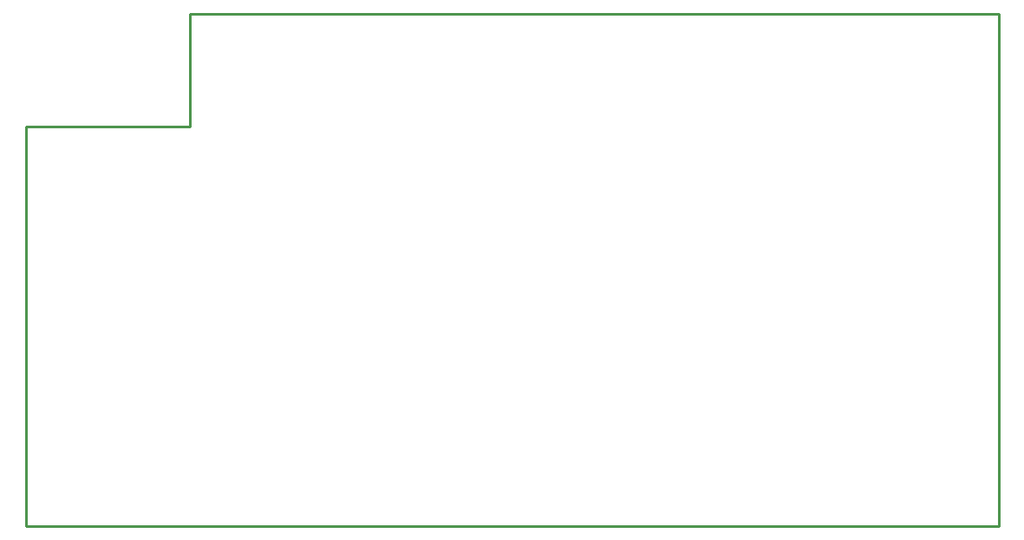
<source format=gm1>
G04*
G04 #@! TF.GenerationSoftware,Altium Limited,Altium Designer,23.3.1 (30)*
G04*
G04 Layer_Color=16711935*
%FSLAX25Y25*%
%MOIN*%
G70*
G04*
G04 #@! TF.SameCoordinates,E5E33378-C9C0-40F0-BAD3-03F64417F324*
G04*
G04*
G04 #@! TF.FilePolarity,Positive*
G04*
G01*
G75*
%ADD12C,0.01000*%
D12*
X374016Y0D02*
Y196850D01*
X62992D02*
X374016D01*
X62992Y153543D02*
Y196850D01*
X0Y153543D02*
X62992D01*
X-0D02*
X0Y0D01*
X374016D01*
M02*

</source>
